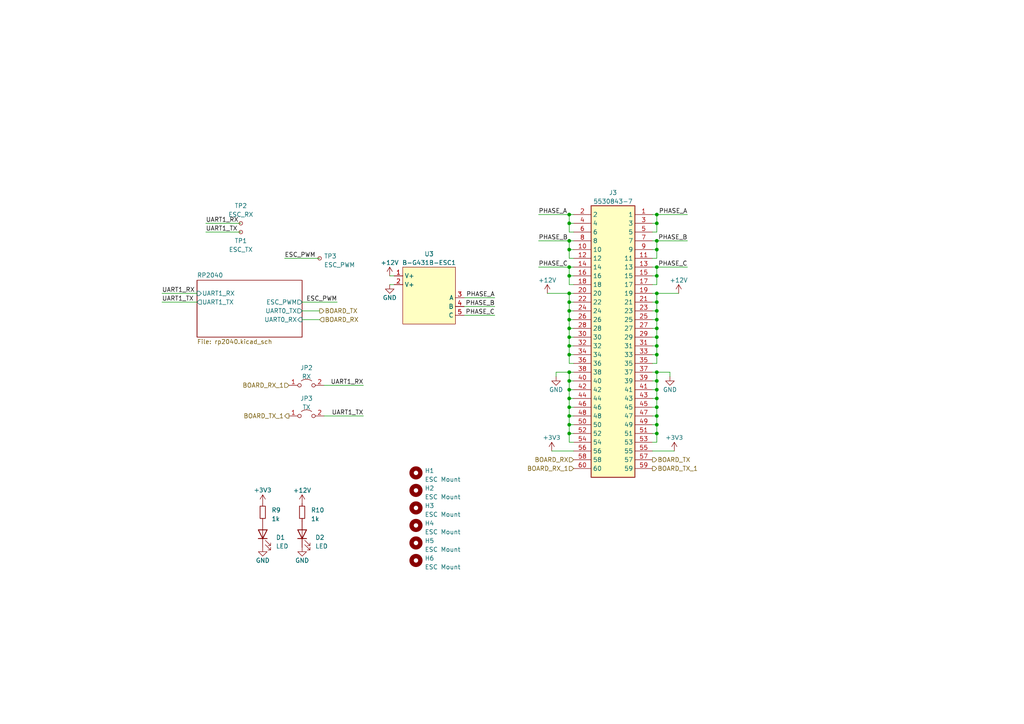
<source format=kicad_sch>
(kicad_sch (version 20230409) (generator eeschema)
  (paper "A4")
  (title_block (title "ANYESC") (date "2023-08-31") (rev "V1.0") (company "MUREX Robotics [Byran Huang]") (comment 1 "electronic speed controlling system") (comment 2 "ESC agnostic integration board for the MUREX") (comment 3 "// TECHNOLOGY FOR ALL") (comment 4 "// ATTEMPT THE IMPOSSIBLE"))
  (lib_symbols
    (symbol "B-G431B-ESC1:B-G431B-ESC1"
      (property "Reference" "U" (at -6.35 10.16 0))
      (property "Value" "B-G431B-ESC1" (at 0 -8.89 0))
      (symbol "B-G431B-ESC1_1_1"
        (rectangle (start -7.62 8.89) (end 7.62 -7.62) (fill (type background)))
        (pin power_in line (at -10.16 6.35 0) (length 2.54) (name "V+") (number "1"))
        (pin power_in line (at -10.16 3.81 0) (length 2.54) (name "V+") (number "2"))
        (pin output line (at 10.16 0 180) (length 2.54) (name "A") (number "3"))
        (pin output line (at 10.16 -2.54 180) (length 2.54) (name "B") (number "4"))
        (pin output line (at 10.16 -5.08 180) (length 2.54) (name "C") (number "5"))
      )
    )
    (symbol "Card_Edge:5530843-7"
      (property "Reference" "J" (at 19.05 7.62 0))
      (property "Value" "5530843-7" (at 19.05 5.08 0))
      (symbol "5530843-7_1_1"
        (rectangle (start 5.08 2.54) (end 17.78 -76.2) (stroke (width 0.254)) (fill (type background)))
        (pin passive line (at 22.86 0 180) (length 5.08) (name "1") (number "1"))
        (pin passive line (at 0 -10.16 0) (length 5.08) (name "10") (number "10"))
        (pin passive line (at 22.86 -12.7 180) (length 5.08) (name "11") (number "11"))
        (pin passive line (at 0 -12.7 0) (length 5.08) (name "12") (number "12"))
        (pin passive line (at 22.86 -15.24 180) (length 5.08) (name "13") (number "13"))
        (pin passive line (at 0 -15.24 0) (length 5.08) (name "14") (number "14"))
        (pin passive line (at 22.86 -17.78 180) (length 5.08) (name "15") (number "15"))
        (pin passive line (at 0 -17.78 0) (length 5.08) (name "16") (number "16"))
        (pin passive line (at 22.86 -20.32 180) (length 5.08) (name "17") (number "17"))
        (pin passive line (at 0 -20.32 0) (length 5.08) (name "18") (number "18"))
        (pin passive line (at 22.86 -22.86 180) (length 5.08) (name "19") (number "19"))
        (pin passive line (at 0 0 0) (length 5.08) (name "2") (number "2"))
        (pin passive line (at 0 -22.86 0) (length 5.08) (name "20") (number "20"))
        (pin passive line (at 22.86 -25.4 180) (length 5.08) (name "21") (number "21"))
        (pin passive line (at 0 -25.4 0) (length 5.08) (name "22") (number "22"))
        (pin passive line (at 22.86 -27.94 180) (length 5.08) (name "23") (number "23"))
        (pin passive line (at 0 -27.94 0) (length 5.08) (name "24") (number "24"))
        (pin passive line (at 22.86 -30.48 180) (length 5.08) (name "25") (number "25"))
        (pin passive line (at 0 -30.48 0) (length 5.08) (name "26") (number "26"))
        (pin passive line (at 22.86 -33.02 180) (length 5.08) (name "27") (number "27"))
        (pin passive line (at 0 -33.02 0) (length 5.08) (name "28") (number "28"))
        (pin passive line (at 22.86 -35.56 180) (length 5.08) (name "29") (number "29"))
        (pin passive line (at 22.86 -2.54 180) (length 5.08) (name "3") (number "3"))
        (pin passive line (at 0 -35.56 0) (length 5.08) (name "30") (number "30"))
        (pin passive line (at 22.86 -38.1 180) (length 5.08) (name "31") (number "31"))
        (pin passive line (at 0 -38.1 0) (length 5.08) (name "32") (number "32"))
        (pin passive line (at 22.86 -40.64 180) (length 5.08) (name "33") (number "33"))
        (pin passive line (at 0 -40.64 0) (length 5.08) (name "34") (number "34"))
        (pin passive line (at 22.86 -43.18 180) (length 5.08) (name "35") (number "35"))
        (pin passive line (at 0 -43.18 0) (length 5.08) (name "36") (number "36"))
        (pin passive line (at 22.86 -45.72 180) (length 5.08) (name "37") (number "37"))
        (pin passive line (at 0 -45.72 0) (length 5.08) (name "38") (number "38"))
        (pin passive line (at 22.86 -48.26 180) (length 5.08) (name "39") (number "39"))
        (pin passive line (at 0 -2.54 0) (length 5.08) (name "4") (number "4"))
        (pin passive line (at 0 -48.26 0) (length 5.08) (name "40") (number "40"))
        (pin passive line (at 22.86 -50.8 180) (length 5.08) (name "41") (number "41"))
        (pin passive line (at 0 -50.8 0) (length 5.08) (name "42") (number "42"))
        (pin passive line (at 22.86 -53.34 180) (length 5.08) (name "43") (number "43"))
        (pin passive line (at 0 -53.34 0) (length 5.08) (name "44") (number "44"))
        (pin passive line (at 22.86 -55.88 180) (length 5.08) (name "45") (number "45"))
        (pin passive line (at 0 -55.88 0) (length 5.08) (name "46") (number "46"))
        (pin passive line (at 22.86 -58.42 180) (length 5.08) (name "47") (number "47"))
        (pin passive line (at 0 -58.42 0) (length 5.08) (name "48") (number "48"))
        (pin passive line (at 22.86 -60.96 180) (length 5.08) (name "49") (number "49"))
        (pin passive line (at 22.86 -5.08 180) (length 5.08) (name "5") (number "5"))
        (pin passive line (at 0 -60.96 0) (length 5.08) (name "50") (number "50"))
        (pin passive line (at 22.86 -63.5 180) (length 5.08) (name "51") (number "51"))
        (pin passive line (at 0 -63.5 0) (length 5.08) (name "52") (number "52"))
        (pin passive line (at 22.86 -66.04 180) (length 5.08) (name "53") (number "53"))
        (pin passive line (at 0 -66.04 0) (length 5.08) (name "54") (number "54"))
        (pin passive line (at 22.86 -68.58 180) (length 5.08) (name "55") (number "55"))
        (pin passive line (at 0 -68.58 0) (length 5.08) (name "56") (number "56"))
        (pin passive line (at 22.86 -71.12 180) (length 5.08) (name "57") (number "57"))
        (pin passive line (at 0 -71.12 0) (length 5.08) (name "58") (number "58"))
        (pin passive line (at 22.86 -73.66 180) (length 5.08) (name "59") (number "59"))
        (pin passive line (at 0 -5.08 0) (length 5.08) (name "6") (number "6"))
        (pin passive line (at 0 -73.66 0) (length 5.08) (name "60") (number "60"))
        (pin passive line (at 22.86 -7.62 180) (length 5.08) (name "7") (number "7"))
        (pin passive line (at 0 -7.62 0) (length 5.08) (name "8") (number "8"))
        (pin passive line (at 22.86 -10.16 180) (length 5.08) (name "9") (number "9"))
      )
    )
    (symbol "Connector:TestPoint_Small" (pin_numbers hide) (pin_names (offset 0.762) hide)
      (property "Reference" "TP" (at 0 3.81 0))
      (property "Value" "TestPoint_Small" (at 0 2.032 0))
      (symbol "TestPoint_Small_0_1"
        (circle (center 0 0) (radius 0.508))
      )
      (symbol "TestPoint_Small_1_1"
        (pin passive line (at 0 0 90) (length 0) (name "1") (number "1"))
      )
    )
    (symbol "Device:LED" (pin_numbers hide) (pin_names (offset 1.016) hide)
      (property "Reference" "D" (at 0 2.54 0))
      (property "Value" "LED" (at 0 -2.54 0))
      (symbol "LED_0_1"
        (polyline (pts (xy -1.27 -1.27) (xy -1.27 1.27)) (stroke (width 0.254)))
        (polyline (pts (xy -1.27 0) (xy 1.27 0)))
        (polyline (pts (xy 1.27 -1.27) (xy 1.27 1.27) (xy -1.27 0) (xy 1.27 -1.27)) (stroke (width 0.254)))
        (polyline (pts (xy -3.048 -0.762) (xy -4.572 -2.286) (xy -3.81 -2.286) (xy -4.572 -2.286) (xy -4.572 -1.524)))
        (polyline (pts (xy -1.778 -0.762) (xy -3.302 -2.286) (xy -2.54 -2.286) (xy -3.302 -2.286) (xy -3.302 -1.524)))
      )
      (symbol "LED_1_1"
        (pin passive line (at -3.81 0 0) (length 2.54) (name "K") (number "1"))
        (pin passive line (at 3.81 0 180) (length 2.54) (name "A") (number "2"))
      )
    )
    (symbol "Device:R_Small" (pin_numbers hide) (pin_names (offset 0.254) hide)
      (property "Reference" "R" (at 0.762 0.508 0))
      (property "Value" "R_Small" (at 0.762 -1.016 0))
      (symbol "R_Small_0_1"
        (rectangle (start -0.762 1.778) (end 0.762 -1.778) (stroke (width 0.2032)))
      )
      (symbol "R_Small_1_1"
        (pin passive line (at 0 2.54 270) (length 0.762) (name "~") (number "1"))
        (pin passive line (at 0 -2.54 90) (length 0.762) (name "~") (number "2"))
      )
    )
    (symbol "Jumper:Jumper_2_Open" (pin_names (offset 0) hide)
      (property "Reference" "JP" (at 0 2.794 0))
      (property "Value" "Jumper_2_Open" (at 0 -2.286 0))
      (symbol "Jumper_2_Open_0_0"
        (circle (center -2.032 0) (radius 0.508))
        (circle (center 2.032 0) (radius 0.508))
      )
      (symbol "Jumper_2_Open_0_1"
        (arc (start 1.524 1.27) (mid 0 1.778) (end -1.524 1.27))
      )
      (symbol "Jumper_2_Open_1_1"
        (pin passive line (at -5.08 0 0) (length 2.54) (name "A") (number "1"))
        (pin passive line (at 5.08 0 180) (length 2.54) (name "B") (number "2"))
      )
    )
    (symbol "Mechanical:MountingHole" (pin_names (offset 1.016))
      (property "Reference" "H" (at 0 5.08 0))
      (property "Value" "MountingHole" (at 0 3.175 0))
      (symbol "MountingHole_0_1"
        (circle (center 0 0) (radius 1.27) (stroke (width 1.27)))
      )
    )
    (symbol "power:+12V" (power) (pin_names (offset 0))
      (property "Value" "+12V" (at 0 3.556 0))
      (symbol "+12V_0_1"
        (polyline (pts (xy -0.762 1.27) (xy 0 2.54)))
        (polyline (pts (xy 0 0) (xy 0 2.54)))
        (polyline (pts (xy 0 2.54) (xy 0.762 1.27)))
      )
      (symbol "+12V_1_1"
        (pin power_in line (at 0 0 90) (length 0) hide (name "+12V") (number "1"))
      )
    )
    (symbol "power:+3.3V" (power) (pin_names (offset 0))
      (property "Value" "+3.3V" (at 0 3.556 0))
      (symbol "+3.3V_0_1"
        (polyline (pts (xy -0.762 1.27) (xy 0 2.54)))
        (polyline (pts (xy 0 0) (xy 0 2.54)))
        (polyline (pts (xy 0 2.54) (xy 0.762 1.27)))
      )
      (symbol "+3.3V_1_1"
        (pin power_in line (at 0 0 90) (length 0) hide (name "+3.3V") (number "1"))
      )
    )
    (symbol "power:GND" (power) (pin_names (offset 0))
      (property "Value" "GND" (at 0 -3.81 0))
      (symbol "GND_0_1"
        (polyline (pts (xy 0 0) (xy 0 -1.27) (xy 1.27 -1.27) (xy 0 -2.54) (xy -1.27 -1.27) (xy 0 -1.27)))
      )
      (symbol "GND_1_1"
        (pin power_in line (at 0 0 270) (length 0) hide (name "GND") (number "1"))
      )
    )
  )
  (junction (at 165.1 77.47))
  (junction (at 165.1 87.63))
  (junction (at 190.5 80.01))
  (junction (at 165.1 100.33))
  (junction (at 165.1 85.09))
  (junction (at 190.5 62.23))
  (junction (at 165.1 62.23))
  (junction (at 165.1 95.25))
  (junction (at 165.1 125.73))
  (junction (at 190.5 72.39))
  (junction (at 165.1 90.17))
  (junction (at 165.1 72.39))
  (junction (at 190.5 118.11))
  (junction (at 165.1 80.01))
  (junction (at 165.1 123.19))
  (junction (at 190.5 97.79))
  (junction (at 190.5 115.57))
  (junction (at 165.1 115.57))
  (junction (at 190.5 77.47))
  (junction (at 165.1 97.79))
  (junction (at 165.1 120.65))
  (junction (at 190.5 107.95))
  (junction (at 165.1 64.77))
  (junction (at 190.5 120.65))
  (junction (at 190.5 90.17))
  (junction (at 190.5 95.25))
  (junction (at 190.5 87.63))
  (junction (at 190.5 102.87))
  (junction (at 165.1 107.95))
  (junction (at 190.5 113.03))
  (junction (at 165.1 118.11))
  (junction (at 165.1 92.71))
  (junction (at 165.1 69.85))
  (junction (at 190.5 92.71))
  (junction (at 190.5 125.73))
  (junction (at 190.5 85.09))
  (junction (at 190.5 110.49))
  (junction (at 190.5 100.33))
  (junction (at 165.1 102.87))
  (junction (at 165.1 110.49))
  (junction (at 190.5 64.77))
  (junction (at 190.5 69.85))
  (junction (at 190.5 123.19))
  (junction (at 165.1 113.03))
  (wire (pts (xy 156.21 62.23) (xy 165.1 62.23)))
  (wire (pts (xy 165.1 90.17) (xy 166.37 90.17)))
  (wire (pts (xy 190.5 85.09) (xy 196.85 85.09)))
  (wire (pts (xy 165.1 107.95) (xy 161.29 107.95)))
  (wire (pts (xy 165.1 115.57) (xy 165.1 118.11)))
  (wire (pts (xy 165.1 123.19) (xy 166.37 123.19)))
  (wire (pts (xy 134.62 86.36) (xy 143.51 86.36)))
  (wire (pts (xy 190.5 107.95) (xy 194.31 107.95)))
  (wire (pts (xy 190.5 82.55) (xy 189.23 82.55)))
  (wire (pts (xy 161.29 107.95) (xy 161.29 109.22)))
  (wire (pts (xy 113.03 80.01) (xy 114.3 80.01)))
  (wire (pts (xy 165.1 95.25) (xy 165.1 97.79)))
  (wire (pts (xy 93.98 111.76) (xy 105.41 111.76)))
  (wire (pts (xy 165.1 105.41) (xy 166.37 105.41)))
  (wire (pts (xy 189.23 120.65) (xy 190.5 120.65)))
  (wire (pts (xy 165.1 64.77) (xy 165.1 67.31)))
  (wire (pts (xy 166.37 92.71) (xy 165.1 92.71)))
  (wire (pts (xy 190.5 95.25) (xy 190.5 92.71)))
  (wire (pts (xy 190.5 87.63) (xy 190.5 85.09)))
  (wire (pts (xy 189.23 113.03) (xy 190.5 113.03)))
  (wire (pts (xy 165.1 69.85) (xy 165.1 72.39)))
  (wire (pts (xy 190.5 100.33) (xy 190.5 97.79)))
  (wire (pts (xy 190.5 102.87) (xy 190.5 100.33)))
  (wire (pts (xy 166.37 107.95) (xy 165.1 107.95)))
  (wire (pts (xy 59.69 67.31) (xy 69.85 67.31)))
  (wire (pts (xy 165.1 102.87) (xy 166.37 102.87)))
  (wire (pts (xy 190.5 62.23) (xy 190.5 64.77)))
  (wire (pts (xy 165.1 95.25) (xy 166.37 95.25)))
  (wire (pts (xy 189.23 69.85) (xy 190.5 69.85)))
  (wire (pts (xy 189.23 97.79) (xy 190.5 97.79)))
  (wire (pts (xy 190.5 69.85) (xy 199.39 69.85)))
  (wire (pts (xy 165.1 72.39) (xy 165.1 74.93)))
  (wire (pts (xy 190.5 110.49) (xy 190.5 113.03)))
  (wire (pts (xy 190.5 64.77) (xy 190.5 67.31)))
  (wire (pts (xy 87.63 92.71) (xy 92.71 92.71)))
  (wire (pts (xy 189.23 77.47) (xy 190.5 77.47)))
  (wire (pts (xy 190.5 118.11) (xy 190.5 120.65)))
  (wire (pts (xy 189.23 64.77) (xy 190.5 64.77)))
  (wire (pts (xy 165.1 72.39) (xy 166.37 72.39)))
  (wire (pts (xy 189.23 95.25) (xy 190.5 95.25)))
  (wire (pts (xy 165.1 97.79) (xy 166.37 97.79)))
  (wire (pts (xy 165.1 125.73) (xy 165.1 128.27)))
  (wire (pts (xy 190.5 123.19) (xy 190.5 125.73)))
  (wire (pts (xy 190.5 74.93) (xy 189.23 74.93)))
  (wire (pts (xy 190.5 90.17) (xy 190.5 87.63)))
  (wire (pts (xy 190.5 125.73) (xy 190.5 128.27)))
  (wire (pts (xy 46.99 87.63) (xy 57.15 87.63)))
  (wire (pts (xy 165.1 100.33) (xy 165.1 102.87)))
  (wire (pts (xy 156.21 69.85) (xy 165.1 69.85)))
  (wire (pts (xy 156.21 77.47) (xy 165.1 77.47)))
  (wire (pts (xy 189.23 107.95) (xy 190.5 107.95)))
  (wire (pts (xy 165.1 100.33) (xy 166.37 100.33)))
  (wire (pts (xy 165.1 74.93) (xy 166.37 74.93)))
  (wire (pts (xy 82.55 74.93) (xy 92.71 74.93)))
  (wire (pts (xy 190.5 77.47) (xy 190.5 80.01)))
  (wire (pts (xy 165.1 85.09) (xy 165.1 87.63)))
  (wire (pts (xy 165.1 113.03) (xy 166.37 113.03)))
  (wire (pts (xy 166.37 69.85) (xy 165.1 69.85)))
  (wire (pts (xy 165.1 102.87) (xy 165.1 105.41)))
  (wire (pts (xy 134.62 88.9) (xy 143.51 88.9)))
  (wire (pts (xy 190.5 69.85) (xy 190.5 72.39)))
  (wire (pts (xy 165.1 87.63) (xy 166.37 87.63)))
  (wire (pts (xy 190.5 92.71) (xy 190.5 90.17)))
  (wire (pts (xy 165.1 82.55) (xy 166.37 82.55)))
  (wire (pts (xy 190.5 128.27) (xy 189.23 128.27)))
  (wire (pts (xy 165.1 118.11) (xy 165.1 120.65)))
  (wire (pts (xy 190.5 120.65) (xy 190.5 123.19)))
  (wire (pts (xy 190.5 72.39) (xy 190.5 74.93)))
  (wire (pts (xy 165.1 67.31) (xy 166.37 67.31)))
  (wire (pts (xy 189.23 100.33) (xy 190.5 100.33)))
  (wire (pts (xy 190.5 113.03) (xy 190.5 115.57)))
  (wire (pts (xy 165.1 90.17) (xy 165.1 92.71)))
  (wire (pts (xy 189.23 110.49) (xy 190.5 110.49)))
  (wire (pts (xy 166.37 77.47) (xy 165.1 77.47)))
  (wire (pts (xy 189.23 80.01) (xy 190.5 80.01)))
  (wire (pts (xy 165.1 97.79) (xy 165.1 100.33)))
  (wire (pts (xy 165.1 118.11) (xy 166.37 118.11)))
  (wire (pts (xy 190.5 107.95) (xy 190.5 110.49)))
  (wire (pts (xy 46.99 85.09) (xy 57.15 85.09)))
  (wire (pts (xy 165.1 87.63) (xy 165.1 90.17)))
  (wire (pts (xy 190.5 115.57) (xy 190.5 118.11)))
  (wire (pts (xy 190.5 62.23) (xy 199.39 62.23)))
  (wire (pts (xy 165.1 64.77) (xy 166.37 64.77)))
  (wire (pts (xy 165.1 110.49) (xy 166.37 110.49)))
  (wire (pts (xy 190.5 67.31) (xy 189.23 67.31)))
  (wire (pts (xy 190.5 105.41) (xy 190.5 102.87)))
  (wire (pts (xy 189.23 62.23) (xy 190.5 62.23)))
  (wire (pts (xy 166.37 62.23) (xy 165.1 62.23)))
  (wire (pts (xy 165.1 115.57) (xy 166.37 115.57)))
  (wire (pts (xy 59.69 64.77) (xy 69.85 64.77)))
  (wire (pts (xy 189.23 87.63) (xy 190.5 87.63)))
  (wire (pts (xy 113.03 82.55) (xy 114.3 82.55)))
  (wire (pts (xy 165.1 62.23) (xy 165.1 64.77)))
  (wire (pts (xy 189.23 90.17) (xy 190.5 90.17)))
  (wire (pts (xy 189.23 92.71) (xy 190.5 92.71)))
  (wire (pts (xy 195.58 130.81) (xy 189.23 130.81)))
  (wire (pts (xy 190.5 77.47) (xy 199.39 77.47)))
  (wire (pts (xy 87.63 87.63) (xy 97.79 87.63)))
  (wire (pts (xy 189.23 118.11) (xy 190.5 118.11)))
  (wire (pts (xy 190.5 80.01) (xy 190.5 82.55)))
  (wire (pts (xy 165.1 85.09) (xy 158.75 85.09)))
  (wire (pts (xy 165.1 92.71) (xy 165.1 95.25)))
  (wire (pts (xy 194.31 107.95) (xy 194.31 109.22)))
  (wire (pts (xy 189.23 105.41) (xy 190.5 105.41)))
  (wire (pts (xy 93.98 120.65) (xy 105.41 120.65)))
  (wire (pts (xy 189.23 72.39) (xy 190.5 72.39)))
  (wire (pts (xy 189.23 123.19) (xy 190.5 123.19)))
  (wire (pts (xy 165.1 123.19) (xy 165.1 125.73)))
  (wire (pts (xy 160.02 130.81) (xy 166.37 130.81)))
  (wire (pts (xy 189.23 85.09) (xy 190.5 85.09)))
  (wire (pts (xy 165.1 77.47) (xy 165.1 80.01)))
  (wire (pts (xy 190.5 97.79) (xy 190.5 95.25)))
  (wire (pts (xy 134.62 91.44) (xy 143.51 91.44)))
  (wire (pts (xy 165.1 110.49) (xy 165.1 113.03)))
  (wire (pts (xy 87.63 90.17) (xy 92.71 90.17)))
  (wire (pts (xy 189.23 102.87) (xy 190.5 102.87)))
  (wire (pts (xy 165.1 120.65) (xy 166.37 120.65)))
  (wire (pts (xy 165.1 80.01) (xy 166.37 80.01)))
  (wire (pts (xy 165.1 80.01) (xy 165.1 82.55)))
  (wire (pts (xy 165.1 125.73) (xy 166.37 125.73)))
  (wire (pts (xy 165.1 120.65) (xy 165.1 123.19)))
  (wire (pts (xy 165.1 128.27) (xy 166.37 128.27)))
  (wire (pts (xy 165.1 107.95) (xy 165.1 110.49)))
  (wire (pts (xy 189.23 115.57) (xy 190.5 115.57)))
  (wire (pts (xy 166.37 85.09) (xy 165.1 85.09)))
  (wire (pts (xy 165.1 113.03) (xy 165.1 115.57)))
  (wire (pts (xy 189.23 125.73) (xy 190.5 125.73)))
  (label "UART1_RX" (at 46.99 85.09 0))
  (label "UART1_RX" (at 105.41 111.76 180))
  (label "PHASE_A" (at 199.39 62.23 180))
  (label "PHASE_B" (at 143.51 88.9 180))
  (label "ESC_PWM" (at 82.55 74.93 0))
  (label "UART1_TX" (at 105.41 120.65 180))
  (label "PHASE_B" (at 199.39 69.85 180))
  (label "UART1_RX" (at 59.69 64.77 0))
  (label "ESC_PWM" (at 97.79 87.63 180))
  (label "PHASE_C" (at 143.51 91.44 180))
  (label "PHASE_A" (at 156.21 62.23 0))
  (label "PHASE_C" (at 156.21 77.47 0))
  (label "UART1_TX" (at 46.99 87.63 0))
  (label "UART1_TX" (at 59.69 67.31 0))
  (label "PHASE_B" (at 156.21 69.85 0))
  (label "PHASE_C" (at 199.39 77.47 180))
  (label "PHASE_A" (at 143.51 86.36 180))
  (hierarchical_label "BOARD_TX" (shape output) (at 92.71 90.17 0))
  (hierarchical_label "BOARD_TX" (shape output) (at 189.23 133.35 0))
  (hierarchical_label "BOARD_TX_1" (shape output) (at 83.82 120.65 180))
  (hierarchical_label "BOARD_RX_1" (shape input) (at 166.37 135.89 180))
  (hierarchical_label "BOARD_RX_1" (shape input) (at 83.82 111.76 180))
  (hierarchical_label "BOARD_RX" (shape input) (at 92.71 92.71 0))
  (hierarchical_label "BOARD_TX_1" (shape output) (at 189.23 135.89 0))
  (hierarchical_label "BOARD_RX" (shape input) (at 166.37 133.35 180))
  (symbol (lib_id "Connector:TestPoint_Small") (at 69.85 64.77 0) (unit 1)
    (property "Reference" "TP2" (at 69.85 59.69 0))
    (property "Value" "ESC_RX" (at 69.85 62.23 0))
    (property "Footprint" "TestPoint:TestPoint_THTPad_D2.5mm_Drill1.2mm" (effects hide))
  )
  (symbol (lib_id "Connector:TestPoint_Small") (at 69.85 67.31 270) (unit 1)
    (property "Reference" "TP1" (at 69.85 69.85 90))
    (property "Value" "ESC_TX" (at 69.85 72.39 90))
    (property "Footprint" "TestPoint:TestPoint_THTPad_D2.5mm_Drill1.2mm" (effects hide))
  )
  (symbol (lib_id "Jumper:Jumper_2_Open") (at 88.9 120.65 0) (unit 1)
    (property "Reference" "JP3" (at 88.9 115.57 0))
    (property "Value" "TX" (at 88.9 118.11 0))
    (property "Footprint" "Jumper:SolderJumper-2_P1.3mm_Open_RoundedPad1.0x1.5mm" (effects hide))
  )
  (symbol (lib_id "Mechanical:MountingHole") (at 120.65 152.4 0) (unit 1)
    (property "Reference" "H4" (at 123.19 151.765 0) (effects (justify left)))
    (property "Value" "ESC Mount" (at 123.19 154.305 0) (effects (justify left)))
    (property "Footprint" "adjustable_esc_mount:Adjustable_ESC_Mount" (effects hide))
  )
  (symbol (lib_id "Device:R_Small") (at 76.2 148.59 0) (unit 1)
    (property "Reference" "R9" (at 78.74 147.955 0) (effects (justify left)))
    (property "Value" "1k" (at 78.74 150.495 0) (effects (justify left)))
    (property "Footprint" "Resistor_SMD:R_0402_1005Metric" (effects hide))
  )
  (symbol (lib_id "power:GND") (at 113.03 82.55 0) (unit 1)
    (property "Reference" "#PWR029" (effects hide))
    (property "Value" "GND" (at 113.03 86.36 0))
  )
  (symbol (lib_id "Card_Edge:5530843-7") (at 166.37 62.23 0) (unit 1)
    (property "Reference" "J3" (at 177.8 55.88 0))
    (property "Value" "5530843-7" (at 177.8 58.42 0))
    (property "Footprint" "5530843-7_PCB_Edge:TE_5530843-7_PCB_Edge" (effects hide))
    (property "Datasheet" "http://www.te.com/commerce/DocumentDelivery/DDEController?Action=srchrtrv&DocNm=5530843&DocType=Customer+Drawing&DocLang=English" (effects hide))
    (property "Height" "15.494" (effects hide))
    (property "Manufacturer_Name" "TE Connectivity" (effects hide))
    (property "Manufacturer_Part_Number" "5530843-7" (effects hide))
    (property "Mouser Part Number" "571-5530843-7" (effects hide))
    (property "Mouser Price/Stock" "https://www.mouser.co.uk/ProductDetail/TE-Connectivity/5530843-7?qs=CWN9I2qbSLtja0SlxvLT%2FQ%3D%3D" (effects hide))
    (property "Arrow Part Number" "5530843-7" (effects hide))
    (property "Arrow Price/Stock" "https://www.arrow.com/en/products/5530843-7/te-connectivity" (effects hide))
  )
  (symbol (lib_id "Mechanical:MountingHole") (at 120.65 162.56 0) (unit 1)
    (property "Reference" "H6" (at 123.19 161.925 0) (effects (justify left)))
    (property "Value" "ESC Mount" (at 123.19 164.465 0) (effects (justify left)))
    (property "Footprint" "adjustable_esc_mount:Adjustable_ESC_Mount" (effects hide))
  )
  (symbol (lib_id "B-G431B-ESC1:B-G431B-ESC1") (at 124.46 86.36 0) (unit 1)
    (property "Reference" "U3" (at 124.46 73.66 0))
    (property "Value" "B-G431B-ESC1" (at 124.46 76.2 0))
    (property "Footprint" "B-G431B-ESC1:B-G431B-ESC1_MOUNT" (effects hide))
  )
  (symbol (lib_id "Device:LED") (at 87.63 154.94 90) (unit 1)
    (property "Reference" "D2" (at 91.44 155.8925 90) (effects (justify right)))
    (property "Value" "LED" (at 91.44 158.4325 90) (effects (justify right)))
    (property "Footprint" "LED_SMD:LED_0603_1608Metric" (effects hide))
  )
  (symbol (lib_id "Connector:TestPoint_Small") (at 92.71 74.93 0) (unit 1)
    (property "Reference" "TP3" (at 93.98 74.295 0) (effects (justify left)))
    (property "Value" "ESC_PWM" (at 93.98 76.835 0) (effects (justify left)))
    (property "Footprint" "TestPoint:TestPoint_THTPad_D2.5mm_Drill1.2mm" (effects hide))
  )
  (symbol (lib_id "power:+3.3V") (at 160.02 130.81 0) (unit 1)
    (property "Reference" "#PWR030" (effects hide))
    (property "Value" "+3V3" (at 160.02 127 0))
  )
  (symbol (lib_id "Mechanical:MountingHole") (at 120.65 142.24 0) (unit 1)
    (property "Reference" "H2" (at 123.19 141.605 0) (effects (justify left)))
    (property "Value" "ESC Mount" (at 123.19 144.145 0) (effects (justify left)))
    (property "Footprint" "adjustable_esc_mount:Adjustable_ESC_Mount" (effects hide))
  )
  (symbol (lib_id "power:GND") (at 194.31 109.22 0) (unit 1)
    (property "Reference" "#PWR028" (effects hide))
    (property "Value" "GND" (at 194.31 113.03 0))
  )
  (symbol (lib_id "Mechanical:MountingHole") (at 120.65 137.16 0) (unit 1)
    (property "Reference" "H1" (at 123.19 136.525 0) (effects (justify left)))
    (property "Value" "ESC Mount" (at 123.19 139.065 0) (effects (justify left)))
    (property "Footprint" "adjustable_esc_mount:Adjustable_ESC_Mount" (effects hide))
  )
  (symbol (lib_id "power:+12V") (at 113.03 80.01 0) (unit 1)
    (property "Reference" "#PWR033" (effects hide))
    (property "Value" "+12V" (at 113.03 76.2 0))
  )
  (symbol (lib_id "power:+3.3V") (at 195.58 130.81 0) (unit 1)
    (property "Reference" "#PWR031" (effects hide))
    (property "Value" "+3V3" (at 195.58 127 0))
  )
  (symbol (lib_id "power:+12V") (at 158.75 85.09 0) (unit 1)
    (property "Reference" "#PWR041" (effects hide))
    (property "Value" "+12V" (at 158.75 81.28 0))
  )
  (symbol (lib_id "Mechanical:MountingHole") (at 120.65 147.32 0) (unit 1)
    (property "Reference" "H3" (at 123.19 146.685 0) (effects (justify left)))
    (property "Value" "ESC Mount" (at 123.19 149.225 0) (effects (justify left)))
    (property "Footprint" "adjustable_esc_mount:Adjustable_ESC_Mount" (effects hide))
  )
  (symbol (lib_id "power:GND") (at 76.2 158.75 0) (unit 1)
    (property "Reference" "#PWR035" (effects hide))
    (property "Value" "GND" (at 76.2 162.56 0))
  )
  (symbol (lib_id "power:+12V") (at 87.63 146.05 0) (unit 1)
    (property "Reference" "#PWR036" (effects hide))
    (property "Value" "+12V" (at 87.63 142.24 0))
  )
  (symbol (lib_id "power:+12V") (at 196.85 85.09 0) (unit 1)
    (property "Reference" "#PWR032" (effects hide))
    (property "Value" "+12V" (at 196.85 81.28 0))
  )
  (symbol (lib_id "power:GND") (at 161.29 109.22 0) (unit 1)
    (property "Reference" "#PWR027" (effects hide))
    (property "Value" "GND" (at 161.29 113.03 0))
  )
  (symbol (lib_id "Device:LED") (at 76.2 154.94 90) (unit 1)
    (property "Reference" "D1" (at 80.01 155.8925 90) (effects (justify right)))
    (property "Value" "LED" (at 80.01 158.4325 90) (effects (justify right)))
    (property "Footprint" "LED_SMD:LED_0603_1608Metric" (effects hide))
  )
  (symbol (lib_id "Device:R_Small") (at 87.63 148.59 0) (unit 1)
    (property "Reference" "R10" (at 90.17 147.955 0) (effects (justify left)))
    (property "Value" "1k" (at 90.17 150.495 0) (effects (justify left)))
    (property "Footprint" "Resistor_SMD:R_0402_1005Metric" (effects hide))
  )
  (symbol (lib_id "Jumper:Jumper_2_Open") (at 88.9 111.76 0) (unit 1)
    (property "Reference" "JP2" (at 88.9 106.68 0))
    (property "Value" "RX" (at 88.9 109.22 0))
    (property "Footprint" "Jumper:SolderJumper-2_P1.3mm_Open_RoundedPad1.0x1.5mm" (effects hide))
  )
  (symbol (lib_id "Mechanical:MountingHole") (at 120.65 157.48 0) (unit 1)
    (property "Reference" "H5" (at 123.19 156.845 0) (effects (justify left)))
    (property "Value" "ESC Mount" (at 123.19 159.385 0) (effects (justify left)))
    (property "Footprint" "adjustable_esc_mount:Adjustable_ESC_Mount" (effects hide))
  )
  (symbol (lib_id "power:GND") (at 87.63 158.75 0) (unit 1)
    (property "Reference" "#PWR037" (effects hide))
    (property "Value" "GND" (at 87.63 162.56 0))
  )
  (symbol (lib_id "power:+3.3V") (at 76.2 146.05 0) (unit 1)
    (property "Reference" "#PWR034" (effects hide))
    (property "Value" "+3V3" (at 76.2 142.24 0))
  )
  (sheet (at 57.15 81.28) (size 30.48 16.51) (stroke (width 0.1524))
    (property "Sheetname" "RP2040" (at 57.15 80.5684 0) (effects (justify left bottom)))
    (property "Sheetfile" "rp2040.kicad_sch" (at 57.15 98.3746 0) (effects (justify left top)))
    (pin "ESC_PWM" output (at 87.63 87.63 0))
    (pin "UART0_TX" output (at 87.63 90.17 0))
    (pin "UART0_RX" input (at 87.63 92.71 0))
    (pin "UART1_RX" input (at 57.15 85.09 180))
    (pin "UART1_TX" output (at 57.15 87.63 180))
  )
)
</source>
